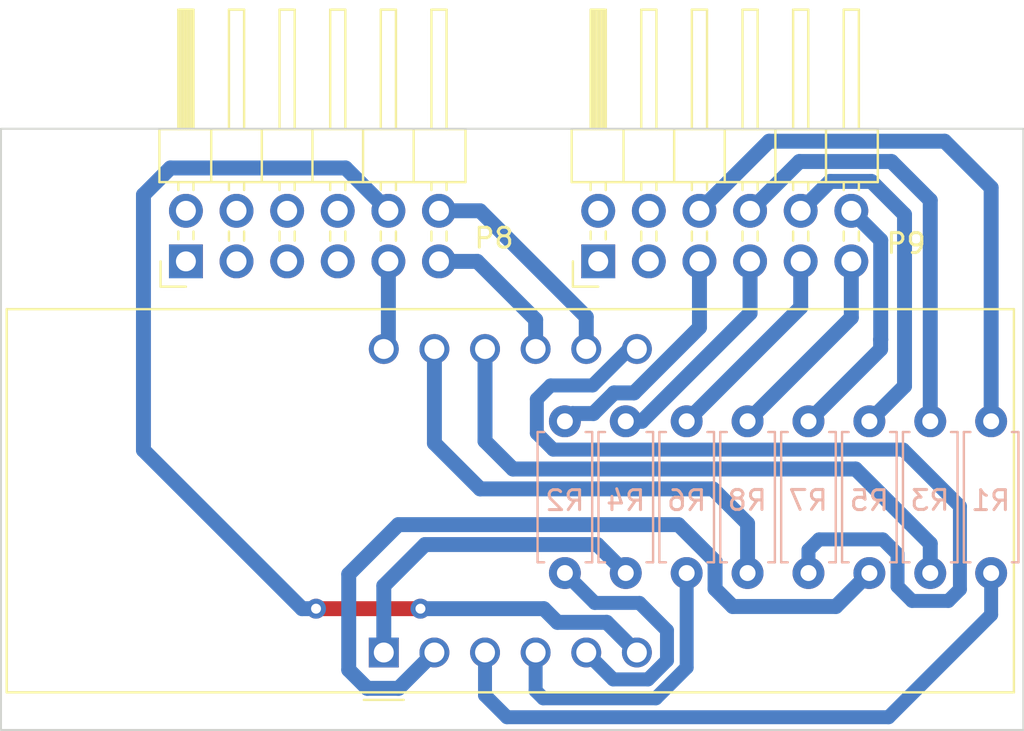
<source format=kicad_pcb>
(kicad_pcb (version 20221018) (generator pcbnew)
  (layers (0 "F.Cu" signal) (31 "B.Cu" signal) (34 "B.Paste" user) (35 "F.Paste" user) (36 "B.SilkS" user "B.Silkscreen") (37 "F.SilkS" user "F.Silkscreen") (38 "B.Mask" user) (39 "F.Mask" user) (44 "Edge.Cuts" user))
  (net 0 "")
  (net 9 "Net-(J1-Pad5)")
  (net 10 "Net-(J1-Pad6)")
  (net 11 "Net-(R1-Pad2)")
  (net 12 "Net-(R2-Pad2)")
  (net 13 "Net-(R3-Pad2)")
  (net 14 "Net-(R4-Pad2)")
  (net 15 "Net-(R5-Pad2)")
  (net 16 "Net-(R6-Pad2)")
  (net 17 "Net-(R7-Pad2)")
  (net 18 "Net-(R8-Pad2)")
  (net 19 "Net-(J1-Pad7)")
  (net 20 "Net-(J1-Pad8)")
  (net 21 "Net-(J1-Pad9)")
  (net 22 "Net-(J1-Pad10)")
  (net 23 "Net-(J1-Pad11)")
  (net 24 "Net-(J1-Pad12)")
  (net 25 "Net-(J2-Pad9)")
  (net 26 "Net-(J2-Pad10)")
  (net 31 "Net-(J2-Pad11)")
  (net 32 "Net-(J2-Pad12)")
  (footprint "Display_7Segment:CA56-12EWA" (layer "F.Cu") (at 129.93 84.64 90)
    (fp_text reference "U1" hide)
    (fp_text value "CA56-12EWA" hide)
    (fp_line (start -2.38 -1) (end -2.38 1) (stroke (width 0.12)) (layer "F.SilkS"))
    (fp_line (start -2 -18.92) (end -2 31.62) (stroke (width 0.12)) (layer "F.SilkS"))
    (fp_line (start -2 -18.92) (end 17.24 -18.92) (stroke (width 0.12)) (layer "F.SilkS"))
    (fp_line (start -2 31.62) (end 17.24 31.62) (stroke (width 0.12)) (layer "F.SilkS"))
    (fp_line (start 17.24 31.62) (end 17.24 -18.92) (stroke (width 0.12)) (layer "F.SilkS"))
    (pad "1" thru_hole rect (at 0 0 90) (size 1.5 1.5) (drill 1) (layers "*.Cu" "*.Mask") (net 14 "Net-(R4-Pad2)"))
    (pad "2" thru_hole circle (at 0 2.54 90) (size 1.5 1.5) (drill 1) (layers "*.Cu" "*.Mask") (net 15 "Net-(R5-Pad2)"))
    (pad "3" thru_hole circle (at 0 5.08 90) (size 1.5 1.5) (drill 1) (layers "*.Cu" "*.Mask") (net 11 "Net-(R1-Pad2)"))
    (pad "4" thru_hole circle (at 0 7.62 90) (size 1.5 1.5) (drill 1) (layers "*.Cu" "*.Mask") (net 16 "Net-(R6-Pad2)"))
    (pad "5" thru_hole circle (at 0 10.16 90) (size 1.5 1.5) (drill 1) (layers "*.Cu" "*.Mask") (net 12 "Net-(R2-Pad2)"))
    (pad "6" thru_hole circle (at 0 12.7 90) (size 1.5 1.5) (drill 1) (layers "*.Cu" "*.Mask") (net 26 "Net-(J2-Pad10)"))
    (pad "7" thru_hole circle (at 15.24 12.7 90) (size 1.5 1.5) (drill 1) (layers "*.Cu" "*.Mask") (net 17 "Net-(R7-Pad2)"))
    (pad "8" thru_hole circle (at 15.24 10.16 90) (size 1.5 1.5) (drill 1) (layers "*.Cu" "*.Mask") (net 32 "Net-(J2-Pad12)"))
    (pad "9" thru_hole circle (at 15.24 7.62 90) (size 1.5 1.5) (drill 1) (layers "*.Cu" "*.Mask") (net 31 "Net-(J2-Pad11)"))
    (pad "10" thru_hole circle (at 15.24 5.08 90) (size 1.5 1.5) (drill 1) (layers "*.Cu" "*.Mask") (net 13 "Net-(R3-Pad2)"))
    (pad "11" thru_hole circle (at 15.24 2.54 90) (size 1.5 1.5) (drill 1) (layers "*.Cu" "*.Mask") (net 18 "Net-(R8-Pad2)"))
    (pad "12" thru_hole circle (at 15.24 0 90) (size 1.5 1.5) (drill 1) (layers "*.Cu" "*.Mask") (net 25 "Net-(J2-Pad9)"))
  )
  (footprint "Connector_PinHeader_2.54mm:PinHeader_2x06_P2.54mm_Horizontal" (layer "F.Cu") (at 140.69 65 90)
    (fp_text reference "J1" hide)
    (fp_text value "P9" (at 0.9 15.45 180) (layer "F.SilkS"))
    (fp_line (start -1.27 -1.27) (end 0 -1.27) (stroke (width 0.12)) (layer "F.SilkS"))
    (fp_line (start -1.27 0) (end -1.27 -1.27) (stroke (width 0.12)) (layer "F.SilkS"))
    (fp_line (start 1.042929 2.16) (end 1.497071 2.16) (stroke (width 0.12)) (layer "F.SilkS"))
    (fp_line (start 1.042929 2.92) (end 1.497071 2.92) (stroke (width 0.12)) (layer "F.SilkS"))
    (fp_line (start 1.042929 4.7) (end 1.497071 4.7) (stroke (width 0.12)) (layer "F.SilkS"))
    (fp_line (start 1.042929 5.46) (end 1.497071 5.46) (stroke (width 0.12)) (layer "F.SilkS"))
    (fp_line (start 1.042929 7.24) (end 1.497071 7.24) (stroke (width 0.12)) (layer "F.SilkS"))
    (fp_line (start 1.042929 8) (end 1.497071 8) (stroke (width 0.12)) (layer "F.SilkS"))
    (fp_line (start 1.042929 9.78) (end 1.497071 9.78) (stroke (width 0.12)) (layer "F.SilkS"))
    (fp_line (start 1.042929 10.54) (end 1.497071 10.54) (stroke (width 0.12)) (layer "F.SilkS"))
    (fp_line (start 1.042929 12.32) (end 1.497071 12.32) (stroke (width 0.12)) (layer "F.SilkS"))
    (fp_line (start 1.042929 13.08) (end 1.497071 13.08) (stroke (width 0.12)) (layer "F.SilkS"))
    (fp_line (start 1.11 -0.38) (end 1.497071 -0.38) (stroke (width 0.12)) (layer "F.SilkS"))
    (fp_line (start 1.11 0.38) (end 1.497071 0.38) (stroke (width 0.12)) (layer "F.SilkS"))
    (fp_line (start 3.582929 -0.38) (end 3.98 -0.38) (stroke (width 0.12)) (layer "F.SilkS"))
    (fp_line (start 3.582929 0.38) (end 3.98 0.38) (stroke (width 0.12)) (layer "F.SilkS"))
    (fp_line (start 3.582929 2.16) (end 3.98 2.16) (stroke (width 0.12)) (layer "F.SilkS"))
    (fp_line (start 3.582929 2.92) (end 3.98 2.92) (stroke (width 0.12)) (layer "F.SilkS"))
    (fp_line (start 3.582929 4.7) (end 3.98 4.7) (stroke (width 0.12)) (layer "F.SilkS"))
    (fp_line (start 3.582929 5.46) (end 3.98 5.46) (stroke (width 0.12)) (layer "F.SilkS"))
    (fp_line (start 3.582929 7.24) (end 3.98 7.24) (stroke (width 0.12)) (layer "F.SilkS"))
    (fp_line (start 3.582929 8) (end 3.98 8) (stroke (width 0.12)) (layer "F.SilkS"))
    (fp_line (start 3.582929 9.78) (end 3.98 9.78) (stroke (width 0.12)) (layer "F.SilkS"))
    (fp_line (start 3.582929 10.54) (end 3.98 10.54) (stroke (width 0.12)) (layer "F.SilkS"))
    (fp_line (start 3.582929 12.32) (end 3.98 12.32) (stroke (width 0.12)) (layer "F.SilkS"))
    (fp_line (start 3.582929 13.08) (end 3.98 13.08) (stroke (width 0.12)) (layer "F.SilkS"))
    (fp_line (start 3.98 -1.33) (end 3.98 14.03) (stroke (width 0.12)) (layer "F.SilkS"))
    (fp_line (start 3.98 1.27) (end 6.64 1.27) (stroke (width 0.12)) (layer "F.SilkS"))
    (fp_line (start 3.98 3.81) (end 6.64 3.81) (stroke (width 0.12)) (layer "F.SilkS"))
    (fp_line (start 3.98 6.35) (end 6.64 6.35) (stroke (width 0.12)) (layer "F.SilkS"))
    (fp_line (start 3.98 8.89) (end 6.64 8.89) (stroke (width 0.12)) (layer "F.SilkS"))
    (fp_line (start 3.98 11.43) (end 6.64 11.43) (stroke (width 0.12)) (layer "F.SilkS"))
    (fp_line (start 3.98 14.03) (end 6.64 14.03) (stroke (width 0.12)) (layer "F.SilkS"))
    (fp_line (start 6.64 -1.33) (end 3.98 -1.33) (stroke (width 0.12)) (layer "F.SilkS"))
    (fp_line (start 6.64 -0.38) (end 12.64 -0.38) (stroke (width 0.12)) (layer "F.SilkS"))
    (fp_line (start 6.64 -0.32) (end 12.64 -0.32) (stroke (width 0.12)) (layer "F.SilkS"))
    (fp_line (start 6.64 -0.2) (end 12.64 -0.2) (stroke (width 0.12)) (layer "F.SilkS"))
    (fp_line (start 6.64 -0.08) (end 12.64 -0.08) (stroke (width 0.12)) (layer "F.SilkS"))
    (fp_line (start 6.64 0.04) (end 12.64 0.04) (stroke (width 0.12)) (layer "F.SilkS"))
    (fp_line (start 6.64 0.16) (end 12.64 0.16) (stroke (width 0.12)) (layer "F.SilkS"))
    (fp_line (start 6.64 0.28) (end 12.64 0.28) (stroke (width 0.12)) (layer "F.SilkS"))
    (fp_line (start 6.64 2.16) (end 12.64 2.16) (stroke (width 0.12)) (layer "F.SilkS"))
    (fp_line (start 6.64 4.7) (end 12.64 4.7) (stroke (width 0.12)) (layer "F.SilkS"))
    (fp_line (start 6.64 7.24) (end 12.64 7.24) (stroke (width 0.12)) (layer "F.SilkS"))
    (fp_line (start 6.64 9.78) (end 12.64 9.78) (stroke (width 0.12)) (layer "F.SilkS"))
    (fp_line (start 6.64 12.32) (end 12.64 12.32) (stroke (width 0.12)) (layer "F.SilkS"))
    (fp_line (start 6.64 14.03) (end 6.64 -1.33) (stroke (width 0.12)) (layer "F.SilkS"))
    (fp_line (start 12.64 -0.38) (end 12.64 0.38) (stroke (width 0.12)) (layer "F.SilkS"))
    (fp_line (start 12.64 0.38) (end 6.64 0.38) (stroke (width 0.12)) (layer "F.SilkS"))
    (fp_line (start 12.64 2.16) (end 12.64 2.92) (stroke (width 0.12)) (layer "F.SilkS"))
    (fp_line (start 12.64 2.92) (end 6.64 2.92) (stroke (width 0.12)) (layer "F.SilkS"))
    (fp_line (start 12.64 4.7) (end 12.64 5.46) (stroke (width 0.12)) (layer "F.SilkS"))
    (fp_line (start 12.64 5.46) (end 6.64 5.46) (stroke (width 0.12)) (layer "F.SilkS"))
    (fp_line (start 12.64 7.24) (end 12.64 8) (stroke (width 0.12)) (layer "F.SilkS"))
    (fp_line (start 12.64 8) (end 6.64 8) (stroke (width 0.12)) (layer "F.SilkS"))
    (fp_line (start 12.64 9.78) (end 12.64 10.54) (stroke (width 0.12)) (layer "F.SilkS"))
    (fp_line (start 12.64 10.54) (end 6.64 10.54) (stroke (width 0.12)) (layer "F.SilkS"))
    (fp_line (start 12.64 12.32) (end 12.64 13.08) (stroke (width 0.12)) (layer "F.SilkS"))
    (fp_line (start 12.64 13.08) (end 6.64 13.08) (stroke (width 0.12)) (layer "F.SilkS"))
    (pad "1" thru_hole rect locked (at 0 0 90) (size 1.7 1.7) (drill 1) (layers "*.Cu" "*.Mask"))
    (pad "2" thru_hole oval locked (at 2.54 0 90) (size 1.7 1.7) (drill 1) (layers "*.Cu" "*.Mask"))
    (pad "3" thru_hole oval locked (at 0 2.54 90) (size 1.7 1.7) (drill 1) (layers "*.Cu" "*.Mask"))
    (pad "4" thru_hole oval locked (at 2.54 2.54 90) (size 1.7 1.7) (drill 1) (layers "*.Cu" "*.Mask"))
    (pad "5" thru_hole oval locked (at 0 5.08 90) (size 1.7 1.7) (drill 1) (layers "*.Cu" "*.Mask") (net 9 "Net-(J1-Pad5)"))
    (pad "6" thru_hole oval locked (at 2.54 5.08 90) (size 1.7 1.7) (drill 1) (layers "*.Cu" "*.Mask") (net 10 "Net-(J1-Pad6)"))
    (pad "7" thru_hole oval locked (at 0 7.62 90) (size 1.7 1.7) (drill 1) (layers "*.Cu" "*.Mask") (net 19 "Net-(J1-Pad7)"))
    (pad "8" thru_hole oval locked (at 2.54 7.62 90) (size 1.7 1.7) (drill 1) (layers "*.Cu" "*.Mask") (net 20 "Net-(J1-Pad8)"))
    (pad "9" thru_hole oval locked (at 0 10.16 90) (size 1.7 1.7) (drill 1) (layers "*.Cu" "*.Mask") (net 21 "Net-(J1-Pad9)"))
    (pad "10" thru_hole oval locked (at 2.54 10.16 90) (size 1.7 1.7) (drill 1) (layers "*.Cu" "*.Mask") (net 22 "Net-(J1-Pad10)"))
    (pad "11" thru_hole oval locked (at 0 12.7 90) (size 1.7 1.7) (drill 1) (layers "*.Cu" "*.Mask") (net 23 "Net-(J1-Pad11)"))
    (pad "12" thru_hole oval locked (at 2.54 12.7 90) (size 1.7 1.7) (drill 1) (layers "*.Cu" "*.Mask") (net 24 "Net-(J1-Pad12)"))
  )
  (footprint "Connector_PinHeader_2.54mm:PinHeader_2x06_P2.54mm_Horizontal" (layer "F.Cu") (at 120 65 90)
    (fp_text reference "J2" hide)
    (fp_text value "P8" (at 1.17 15.46 180) (layer "F.SilkS"))
    (fp_line (start -1.27 -1.27) (end 0 -1.27) (stroke (width 0.12)) (layer "F.SilkS"))
    (fp_line (start -1.27 0) (end -1.27 -1.27) (stroke (width 0.12)) (layer "F.SilkS"))
    (fp_line (start 1.042929 2.16) (end 1.497071 2.16) (stroke (width 0.12)) (layer "F.SilkS"))
    (fp_line (start 1.042929 2.92) (end 1.497071 2.92) (stroke (width 0.12)) (layer "F.SilkS"))
    (fp_line (start 1.042929 4.7) (end 1.497071 4.7) (stroke (width 0.12)) (layer "F.SilkS"))
    (fp_line (start 1.042929 5.46) (end 1.497071 5.46) (stroke (width 0.12)) (layer "F.SilkS"))
    (fp_line (start 1.042929 7.24) (end 1.497071 7.24) (stroke (width 0.12)) (layer "F.SilkS"))
    (fp_line (start 1.042929 8) (end 1.497071 8) (stroke (width 0.12)) (layer "F.SilkS"))
    (fp_line (start 1.042929 9.78) (end 1.497071 9.78) (stroke (width 0.12)) (layer "F.SilkS"))
    (fp_line (start 1.042929 10.54) (end 1.497071 10.54) (stroke (width 0.12)) (layer "F.SilkS"))
    (fp_line (start 1.042929 12.32) (end 1.497071 12.32) (stroke (width 0.12)) (layer "F.SilkS"))
    (fp_line (start 1.042929 13.08) (end 1.497071 13.08) (stroke (width 0.12)) (layer "F.SilkS"))
    (fp_line (start 1.11 -0.38) (end 1.497071 -0.38) (stroke (width 0.12)) (layer "F.SilkS"))
    (fp_line (start 1.11 0.38) (end 1.497071 0.38) (stroke (width 0.12)) (layer "F.SilkS"))
    (fp_line (start 3.582929 -0.38) (end 3.98 -0.38) (stroke (width 0.12)) (layer "F.SilkS"))
    (fp_line (start 3.582929 0.38) (end 3.98 0.38) (stroke (width 0.12)) (layer "F.SilkS"))
    (fp_line (start 3.582929 2.16) (end 3.98 2.16) (stroke (width 0.12)) (layer "F.SilkS"))
    (fp_line (start 3.582929 2.92) (end 3.98 2.92) (stroke (width 0.12)) (layer "F.SilkS"))
    (fp_line (start 3.582929 4.7) (end 3.98 4.7) (stroke (width 0.12)) (layer "F.SilkS"))
    (fp_line (start 3.582929 5.46) (end 3.98 5.46) (stroke (width 0.12)) (layer "F.SilkS"))
    (fp_line (start 3.582929 7.24) (end 3.98 7.24) (stroke (width 0.12)) (layer "F.SilkS"))
    (fp_line (start 3.582929 8) (end 3.98 8) (stroke (width 0.12)) (layer "F.SilkS"))
    (fp_line (start 3.582929 9.78) (end 3.98 9.78) (stroke (width 0.12)) (layer "F.SilkS"))
    (fp_line (start 3.582929 10.54) (end 3.98 10.54) (stroke (width 0.12)) (layer "F.SilkS"))
    (fp_line (start 3.582929 12.32) (end 3.98 12.32) (stroke (width 0.12)) (layer "F.SilkS"))
    (fp_line (start 3.582929 13.08) (end 3.98 13.08) (stroke (width 0.12)) (layer "F.SilkS"))
    (fp_line (start 3.98 -1.33) (end 3.98 14.03) (stroke (width 0.12)) (layer "F.SilkS"))
    (fp_line (start 3.98 1.27) (end 6.64 1.27) (stroke (width 0.12)) (layer "F.SilkS"))
    (fp_line (start 3.98 3.81) (end 6.64 3.81) (stroke (width 0.12)) (layer "F.SilkS"))
    (fp_line (start 3.98 6.35) (end 6.64 6.35) (stroke (width 0.12)) (layer "F.SilkS"))
    (fp_line (start 3.98 8.89) (end 6.64 8.89) (stroke (width 0.12)) (layer "F.SilkS"))
    (fp_line (start 3.98 11.43) (end 6.64 11.43) (stroke (width 0.12)) (layer "F.SilkS"))
    (fp_line (start 3.98 14.03) (end 6.64 14.03) (stroke (width 0.12)) (layer "F.SilkS"))
    (fp_line (start 6.64 -1.33) (end 3.98 -1.33) (stroke (width 0.12)) (layer "F.SilkS"))
    (fp_line (start 6.64 -0.38) (end 12.64 -0.38) (stroke (width 0.12)) (layer "F.SilkS"))
    (fp_line (start 6.64 -0.32) (end 12.64 -0.32) (stroke (width 0.12)) (layer "F.SilkS"))
    (fp_line (start 6.64 -0.2) (end 12.64 -0.2) (stroke (width 0.12)) (layer "F.SilkS"))
    (fp_line (start 6.64 -0.08) (end 12.64 -0.08) (stroke (width 0.12)) (layer "F.SilkS"))
    (fp_line (start 6.64 0.04) (end 12.64 0.04) (stroke (width 0.12)) (layer "F.SilkS"))
    (fp_line (start 6.64 0.16) (end 12.64 0.16) (stroke (width 0.12)) (layer "F.SilkS"))
    (fp_line (start 6.64 0.28) (end 12.64 0.28) (stroke (width 0.12)) (layer "F.SilkS"))
    (fp_line (start 6.64 2.16) (end 12.64 2.16) (stroke (width 0.12)) (layer "F.SilkS"))
    (fp_line (start 6.64 4.7) (end 12.64 4.7) (stroke (width 0.12)) (layer "F.SilkS"))
    (fp_line (start 6.64 7.24) (end 12.64 7.24) (stroke (width 0.12)) (layer "F.SilkS"))
    (fp_line (start 6.64 9.78) (end 12.64 9.78) (stroke (width 0.12)) (layer "F.SilkS"))
    (fp_line (start 6.64 12.32) (end 12.64 12.32) (stroke (width 0.12)) (layer "F.SilkS"))
    (fp_line (start 6.64 14.03) (end 6.64 -1.33) (stroke (width 0.12)) (layer "F.SilkS"))
    (fp_line (start 12.64 -0.38) (end 12.64 0.38) (stroke (width 0.12)) (layer "F.SilkS"))
    (fp_line (start 12.64 0.38) (end 6.64 0.38) (stroke (width 0.12)) (layer "F.SilkS"))
    (fp_line (start 12.64 2.16) (end 12.64 2.92) (stroke (width 0.12)) (layer "F.SilkS"))
    (fp_line (start 12.64 2.92) (end 6.64 2.92) (stroke (width 0.12)) (layer "F.SilkS"))
    (fp_line (start 12.64 4.7) (end 12.64 5.46) (stroke (width 0.12)) (layer "F.SilkS"))
    (fp_line (start 12.64 5.46) (end 6.64 5.46) (stroke (width 0.12)) (layer "F.SilkS"))
    (fp_line (start 12.64 7.24) (end 12.64 8) (stroke (width 0.12)) (layer "F.SilkS"))
    (fp_line (start 12.64 8) (end 6.64 8) (stroke (width 0.12)) (layer "F.SilkS"))
    (fp_line (start 12.64 9.78) (end 12.64 10.54) (stroke (width 0.12)) (layer "F.SilkS"))
    (fp_line (start 12.64 10.54) (end 6.64 10.54) (stroke (width 0.12)) (layer "F.SilkS"))
    (fp_line (start 12.64 12.32) (end 12.64 13.08) (stroke (width 0.12)) (layer "F.SilkS"))
    (fp_line (start 12.64 13.08) (end 6.64 13.08) (stroke (width 0.12)) (layer "F.SilkS"))
    (pad "1" thru_hole rect locked (at 0 0 90) (size 1.7 1.7) (drill 1) (layers "*.Cu" "*.Mask"))
    (pad "2" thru_hole oval locked (at 2.54 0 90) (size 1.7 1.7) (drill 1) (layers "*.Cu" "*.Mask"))
    (pad "3" thru_hole oval locked (at 0 2.54 90) (size 1.7 1.7) (drill 1) (layers "*.Cu" "*.Mask"))
    (pad "4" thru_hole oval locked (at 2.54 2.54 90) (size 1.7 1.7) (drill 1) (layers "*.Cu" "*.Mask"))
    (pad "5" thru_hole oval locked (at 0 5.08 90) (size 1.7 1.7) (drill 1) (layers "*.Cu" "*.Mask"))
    (pad "6" thru_hole oval locked (at 2.54 5.08 90) (size 1.7 1.7) (drill 1) (layers "*.Cu" "*.Mask"))
    (pad "7" thru_hole oval locked (at 0 7.62 90) (size 1.7 1.7) (drill 1) (layers "*.Cu" "*.Mask"))
    (pad "8" thru_hole oval locked (at 2.54 7.62 90) (size 1.7 1.7) (drill 1) (layers "*.Cu" "*.Mask"))
    (pad "9" thru_hole oval locked (at 0 10.16 90) (size 1.7 1.7) (drill 1) (layers "*.Cu" "*.Mask") (net 25 "Net-(J2-Pad9)"))
    (pad "10" thru_hole oval locked (at 2.54 10.16 90) (size 1.7 1.7) (drill 1) (layers "*.Cu" "*.Mask") (net 26 "Net-(J2-Pad10)"))
    (pad "11" thru_hole oval locked (at 0 12.7 90) (size 1.7 1.7) (drill 1) (layers "*.Cu" "*.Mask") (net 31 "Net-(J2-Pad11)"))
    (pad "12" thru_hole oval locked (at 2.54 12.7 90) (size 1.7 1.7) (drill 1) (layers "*.Cu" "*.Mask") (net 32 "Net-(J2-Pad12)"))
  )
  (footprint "Resistor_THT:R_Axial_DIN0207_L6.3mm_D2.5mm_P7.62mm_Horizontal" (layer "B.Cu") (at 157.351428 73.03 -90)
    (fp_text reference "R3" (at 3.97 0.015715) (layer "B.SilkS") (effects (justify mirror)))
    (fp_text value "330" hide)
    (fp_line (start 0.54 -1.37) (end 7.08 -1.37) (stroke (width 0.12)) (layer "B.SilkS"))
    (fp_line (start 0.54 -1.04) (end 0.54 -1.37) (stroke (width 0.12)) (layer "B.SilkS"))
    (fp_line (start 0.54 1.04) (end 0.54 1.37) (stroke (width 0.12)) (layer "B.SilkS"))
    (fp_line (start 0.54 1.37) (end 7.08 1.37) (stroke (width 0.12)) (layer "B.SilkS"))
    (fp_line (start 7.08 -1.37) (end 7.08 -1.04) (stroke (width 0.12)) (layer "B.SilkS"))
    (fp_line (start 7.08 1.37) (end 7.08 1.04) (stroke (width 0.12)) (layer "B.SilkS"))
    (pad "1" thru_hole circle (at 0 0 270) (size 1.6 1.6) (drill 0.8) (layers "*.Cu" "*.Mask") (net 20 "Net-(J1-Pad8)"))
    (pad "2" thru_hole oval (at 7.62 0 270) (size 1.6 1.6) (drill 0.8) (layers "*.Cu" "*.Mask") (net 13 "Net-(R3-Pad2)"))
  )
  (footprint "Resistor_THT:R_Axial_DIN0207_L6.3mm_D2.5mm_P7.62mm_Horizontal" (layer "B.Cu") (at 139.017144 73.03 -90)
    (fp_text reference "R2" (at 3.98 -0.000818) (layer "B.SilkS") (effects (justify mirror)))
    (fp_text value "330" hide)
    (fp_line (start 0.54 -1.37) (end 7.08 -1.37) (stroke (width 0.12)) (layer "B.SilkS"))
    (fp_line (start 0.54 -1.04) (end 0.54 -1.37) (stroke (width 0.12)) (layer "B.SilkS"))
    (fp_line (start 0.54 1.04) (end 0.54 1.37) (stroke (width 0.12)) (layer "B.SilkS"))
    (fp_line (start 0.54 1.37) (end 7.08 1.37) (stroke (width 0.12)) (layer "B.SilkS"))
    (fp_line (start 7.08 -1.37) (end 7.08 -1.04) (stroke (width 0.12)) (layer "B.SilkS"))
    (fp_line (start 7.08 1.37) (end 7.08 1.04) (stroke (width 0.12)) (layer "B.SilkS"))
    (pad "1" thru_hole circle (at 0 0 270) (size 1.6 1.6) (drill 0.8) (layers "*.Cu" "*.Mask") (net 9 "Net-(J1-Pad5)"))
    (pad "2" thru_hole oval (at 7.62 0 270) (size 1.6 1.6) (drill 0.8) (layers "*.Cu" "*.Mask") (net 12 "Net-(R2-Pad2)"))
  )
  (footprint "Resistor_THT:R_Axial_DIN0207_L6.3mm_D2.5mm_P7.62mm_Horizontal" (layer "B.Cu") (at 142.072858 73.03 -90)
    (fp_text reference "R4" (at 3.98 0.003265) (layer "B.SilkS") (effects (justify mirror)))
    (fp_text value "330" hide)
    (fp_line (start 0.54 -1.37) (end 7.08 -1.37) (stroke (width 0.12)) (layer "B.SilkS"))
    (fp_line (start 0.54 -1.04) (end 0.54 -1.37) (stroke (width 0.12)) (layer "B.SilkS"))
    (fp_line (start 0.54 1.04) (end 0.54 1.37) (stroke (width 0.12)) (layer "B.SilkS"))
    (fp_line (start 0.54 1.37) (end 7.08 1.37) (stroke (width 0.12)) (layer "B.SilkS"))
    (fp_line (start 7.08 -1.37) (end 7.08 -1.04) (stroke (width 0.12)) (layer "B.SilkS"))
    (fp_line (start 7.08 1.37) (end 7.08 1.04) (stroke (width 0.12)) (layer "B.SilkS"))
    (pad "1" thru_hole circle (at 0 0 270) (size 1.6 1.6) (drill 0.8) (layers "*.Cu" "*.Mask") (net 19 "Net-(J1-Pad7)"))
    (pad "2" thru_hole oval (at 7.62 0 270) (size 1.6 1.6) (drill 0.8) (layers "*.Cu" "*.Mask") (net 14 "Net-(R4-Pad2)"))
  )
  (footprint "Resistor_THT:R_Axial_DIN0207_L6.3mm_D2.5mm_P7.62mm_Horizontal" (layer "B.Cu") (at 148.184286 73.03 -90)
    (fp_text reference "R8" (at 3.97 0.016735) (layer "B.SilkS") (effects (justify mirror)))
    (fp_text value "330" hide)
    (fp_line (start 0.54 -1.37) (end 7.08 -1.37) (stroke (width 0.12)) (layer "B.SilkS"))
    (fp_line (start 0.54 -1.04) (end 0.54 -1.37) (stroke (width 0.12)) (layer "B.SilkS"))
    (fp_line (start 0.54 1.04) (end 0.54 1.37) (stroke (width 0.12)) (layer "B.SilkS"))
    (fp_line (start 0.54 1.37) (end 7.08 1.37) (stroke (width 0.12)) (layer "B.SilkS"))
    (fp_line (start 7.08 -1.37) (end 7.08 -1.04) (stroke (width 0.12)) (layer "B.SilkS"))
    (fp_line (start 7.08 1.37) (end 7.08 1.04) (stroke (width 0.12)) (layer "B.SilkS"))
    (pad "1" thru_hole circle (at 0 0 270) (size 1.6 1.6) (drill 0.8) (layers "*.Cu" "*.Mask") (net 23 "Net-(J1-Pad11)"))
    (pad "2" thru_hole oval (at 7.62 0 270) (size 1.6 1.6) (drill 0.8) (layers "*.Cu" "*.Mask") (net 18 "Net-(R8-Pad2)"))
  )
  (footprint "Resistor_THT:R_Axial_DIN0207_L6.3mm_D2.5mm_P7.62mm_Horizontal" (layer "B.Cu") (at 151.24 73.03 -90)
    (fp_text reference "R7" (at 3.97 0.014695) (layer "B.SilkS") (effects (justify mirror)))
    (fp_text value "330" hide)
    (fp_line (start 0.54 -1.37) (end 7.08 -1.37) (stroke (width 0.12)) (layer "B.SilkS"))
    (fp_line (start 0.54 -1.04) (end 0.54 -1.37) (stroke (width 0.12)) (layer "B.SilkS"))
    (fp_line (start 0.54 1.04) (end 0.54 1.37) (stroke (width 0.12)) (layer "B.SilkS"))
    (fp_line (start 0.54 1.37) (end 7.08 1.37) (stroke (width 0.12)) (layer "B.SilkS"))
    (fp_line (start 7.08 -1.37) (end 7.08 -1.04) (stroke (width 0.12)) (layer "B.SilkS"))
    (fp_line (start 7.08 1.37) (end 7.08 1.04) (stroke (width 0.12)) (layer "B.SilkS"))
    (pad "1" thru_hole circle (at 0 0 270) (size 1.6 1.6) (drill 0.8) (layers "*.Cu" "*.Mask") (net 24 "Net-(J1-Pad12)"))
    (pad "2" thru_hole oval (at 7.62 0 270) (size 1.6 1.6) (drill 0.8) (layers "*.Cu" "*.Mask") (net 17 "Net-(R7-Pad2)"))
  )
  (footprint "Resistor_THT:R_Axial_DIN0207_L6.3mm_D2.5mm_P7.62mm_Horizontal" (layer "B.Cu") (at 160.407144 73.03 -90)
    (fp_text reference "R1" (at 3.98 0.024695) (layer "B.SilkS") (effects (justify mirror)))
    (fp_text value "330" hide)
    (fp_line (start 0.54 -1.37) (end 7.08 -1.37) (stroke (width 0.12)) (layer "B.SilkS"))
    (fp_line (start 0.54 -1.04) (end 0.54 -1.37) (stroke (width 0.12)) (layer "B.SilkS"))
    (fp_line (start 0.54 1.04) (end 0.54 1.37) (stroke (width 0.12)) (layer "B.SilkS"))
    (fp_line (start 0.54 1.37) (end 7.08 1.37) (stroke (width 0.12)) (layer "B.SilkS"))
    (fp_line (start 7.08 -1.37) (end 7.08 -1.04) (stroke (width 0.12)) (layer "B.SilkS"))
    (fp_line (start 7.08 1.37) (end 7.08 1.04) (stroke (width 0.12)) (layer "B.SilkS"))
    (pad "1" thru_hole circle (at 0 0 270) (size 1.6 1.6) (drill 0.8) (layers "*.Cu" "*.Mask") (net 10 "Net-(J1-Pad6)"))
    (pad "2" thru_hole oval (at 7.62 0 270) (size 1.6 1.6) (drill 0.8) (layers "*.Cu" "*.Mask") (net 11 "Net-(R1-Pad2)"))
  )
  (footprint "Resistor_THT:R_Axial_DIN0207_L6.3mm_D2.5mm_P7.62mm_Horizontal" (layer "B.Cu") (at 154.295714 73.03 -90)
    (fp_text reference "R5" (at 3.98 0.002245) (layer "B.SilkS") (effects (justify mirror)))
    (fp_text value "330" hide)
    (fp_line (start 0.54 -1.37) (end 7.08 -1.37) (stroke (width 0.12)) (layer "B.SilkS"))
    (fp_line (start 0.54 -1.04) (end 0.54 -1.37) (stroke (width 0.12)) (layer "B.SilkS"))
    (fp_line (start 0.54 1.04) (end 0.54 1.37) (stroke (width 0.12)) (layer "B.SilkS"))
    (fp_line (start 0.54 1.37) (end 7.08 1.37) (stroke (width 0.12)) (layer "B.SilkS"))
    (fp_line (start 7.08 -1.37) (end 7.08 -1.04) (stroke (width 0.12)) (layer "B.SilkS"))
    (fp_line (start 7.08 1.37) (end 7.08 1.04) (stroke (width 0.12)) (layer "B.SilkS"))
    (pad "1" thru_hole circle (at 0 0 270) (size 1.6 1.6) (drill 0.8) (layers "*.Cu" "*.Mask") (net 22 "Net-(J1-Pad10)"))
    (pad "2" thru_hole oval (at 7.62 0 270) (size 1.6 1.6) (drill 0.8) (layers "*.Cu" "*.Mask") (net 15 "Net-(R5-Pad2)"))
  )
  (footprint "Resistor_THT:R_Axial_DIN0207_L6.3mm_D2.5mm_P7.62mm_Horizontal" (layer "B.Cu") (at 145.128572 73.03 -90)
    (fp_text reference "R6" (at 3.98 0.000205) (layer "B.SilkS") (effects (justify mirror)))
    (fp_text value "330" hide)
    (fp_line (start 0.54 -1.37) (end 7.08 -1.37) (stroke (width 0.12)) (layer "B.SilkS"))
    (fp_line (start 0.54 -1.04) (end 0.54 -1.37) (stroke (width 0.12)) (layer "B.SilkS"))
    (fp_line (start 0.54 1.04) (end 0.54 1.37) (stroke (width 0.12)) (layer "B.SilkS"))
    (fp_line (start 0.54 1.37) (end 7.08 1.37) (stroke (width 0.12)) (layer "B.SilkS"))
    (fp_line (start 7.08 -1.37) (end 7.08 -1.04) (stroke (width 0.12)) (layer "B.SilkS"))
    (fp_line (start 7.08 1.37) (end 7.08 1.04) (stroke (width 0.12)) (layer "B.SilkS"))
    (pad "1" thru_hole circle (at 0 0 270) (size 1.6 1.6) (drill 0.8) (layers "*.Cu" "*.Mask") (net 21 "Net-(J1-Pad9)"))
    (pad "2" thru_hole oval (at 7.62 0 270) (size 1.6 1.6) (drill 0.8) (layers "*.Cu" "*.Mask") (net 16 "Net-(R6-Pad2)"))
  )
  (gr_rect (start 110.72143 58.34) (end 162.02143 88.53) (stroke (width 0.1)) (fill none) (layer "Edge.Cuts"))
  (segment (start 139.017144 73.03) (end 139.407144 72.64) (width 0.75) (layer "B.Cu") (net 9))
  (segment (start 142.485 71.605) (end 145.77 68.32) (width 0.75) (layer "B.Cu") (net 9))
  (segment (start 139.407144 72.64) (end 140.447603 72.64) (width 0.75) (layer "B.Cu") (net 9))
  (segment (start 145.77 68.32) (end 145.77 65) (width 0.75) (layer "B.Cu") (net 9))
  (segment (start 140.447603 72.64) (end 141.482603 71.605) (width 0.75) (layer "B.Cu") (net 9))
  (segment (start 141.482603 71.605) (end 142.485 71.605) (width 0.75) (layer "B.Cu") (net 9))
  (segment (start 160.407144 61.302144) (end 158.07 58.965) (width 0.75) (layer "B.Cu") (net 10))
  (segment (start 149.265 58.965) (end 145.77 62.46) (width 0.75) (layer "B.Cu") (net 10))
  (segment (start 160.407144 73.03) (end 160.407144 61.302144) (width 0.75) (layer "B.Cu") (net 10))
  (segment (start 158.07 58.965) (end 149.265 58.965) (width 0.75) (layer "B.Cu") (net 10))
  (segment (start 160.407144 80.65) (end 160.407144 82.742856) (width 0.7) (layer "B.Cu") (net 11))
  (segment (start 135.01 86.79) (end 135.01 84.64) (width 0.7) (layer "B.Cu") (net 11))
  (segment (start 155.26 87.89) (end 136.11 87.89) (width 0.7) (layer "B.Cu") (net 11))
  (segment (start 136.11 87.89) (end 135.01 86.79) (width 0.7) (layer "B.Cu") (net 11))
  (segment (start 160.407144 82.742856) (end 155.26 87.89) (width 0.7) (layer "B.Cu") (net 11))
  (segment (start 144.14 83.53) (end 142.76 82.15) (width 0.7) (layer "B.Cu") (net 12))
  (segment (start 142.76 82.15) (end 140.517144 82.15) (width 0.7) (layer "B.Cu") (net 12))
  (segment (start 144.14 85.04) (end 144.14 83.53) (width 0.7) (layer "B.Cu") (net 12))
  (segment (start 140.09 84.64) (end 141.44 85.99) (width 0.7) (layer "B.Cu") (net 12))
  (segment (start 140.517144 82.15) (end 139.017144 80.65) (width 0.7) (layer "B.Cu") (net 12))
  (segment (start 141.44 85.99) (end 143.19 85.99) (width 0.7) (layer "B.Cu") (net 12))
  (segment (start 143.19 85.99) (end 144.14 85.04) (width 0.7) (layer "B.Cu") (net 12))
  (segment (start 136.409214 75.425) (end 153.605 75.425) (width 0.75) (layer "B.Cu") (net 13))
  (segment (start 157.351428 79.171428) (end 157.351428 80.65) (width 0.75) (layer "B.Cu") (net 13))
  (segment (start 135.01 74.025786) (end 136.409214 75.425) (width 0.75) (layer "B.Cu") (net 13))
  (segment (start 135.01 69.4) (end 135.01 74.025786) (width 0.75) (layer "B.Cu") (net 13))
  (segment (start 153.605 75.425) (end 157.351428 79.171428) (width 0.75) (layer "B.Cu") (net 13))
  (segment (start 132 79.22) (end 140.642858 79.22) (width 0.75) (layer "B.Cu") (net 14))
  (segment (start 140.642858 79.22) (end 142.072858 80.65) (width 0.75) (layer "B.Cu") (net 14))
  (segment (start 129.93 84.64) (end 129.93 81.29) (width 0.75) (layer "B.Cu") (net 14))
  (segment (start 129.93 81.29) (end 132 79.22) (width 0.75) (layer "B.Cu") (net 14))
  (segment (start 144.713827 78.22) (end 130.66 78.22) (width 0.75) (layer "B.Cu") (net 15))
  (segment (start 130.67 86.44) (end 132.47 84.64) (width 0.75) (layer "B.Cu") (net 15))
  (segment (start 128.17 80.71) (end 128.17 85.51) (width 0.75) (layer "B.Cu") (net 15))
  (segment (start 146.553572 81.443572) (end 146.553572 80.059745) (width 0.75) (layer "B.Cu") (net 15))
  (segment (start 152.615714 82.33) (end 147.44 82.33) (width 0.75) (layer "B.Cu") (net 15))
  (segment (start 129.1 86.44) (end 130.67 86.44) (width 0.75) (layer "B.Cu") (net 15))
  (segment (start 130.66 78.22) (end 128.17 80.71) (width 0.75) (layer "B.Cu") (net 15))
  (segment (start 146.553572 80.059745) (end 144.713827 78.22) (width 0.75) (layer "B.Cu") (net 15))
  (segment (start 128.17 85.51) (end 129.1 86.44) (width 0.75) (layer "B.Cu") (net 15))
  (segment (start 147.44 82.33) (end 146.553572 81.443572) (width 0.75) (layer "B.Cu") (net 15))
  (segment (start 154.295714 80.65) (end 152.615714 82.33) (width 0.75) (layer "B.Cu") (net 15))
  (segment (start 137.93 86.94) (end 143.583502 86.94) (width 0.7) (layer "B.Cu") (net 16))
  (segment (start 145.128572 85.39493) (end 145.128572 80.65) (width 0.7) (layer "B.Cu") (net 16))
  (segment (start 137.55 86.56) (end 137.93 86.94) (width 0.7) (layer "B.Cu") (net 16))
  (segment (start 143.583502 86.94) (end 145.128572 85.39493) (width 0.7) (layer "B.Cu") (net 16))
  (segment (start 137.55 84.64) (end 137.55 86.56) (width 0.7) (layer "B.Cu") (net 16))
  (segment (start 151.24 79.49) (end 151.77 78.96) (width 0.7) (layer "B.Cu") (net 17))
  (segment (start 138.43 74.45) (end 137.61 73.63) (width 0.7) (layer "B.Cu") (net 17))
  (segment (start 151.24 80.65) (end 151.24 79.49) (width 0.7) (layer "B.Cu") (net 17))
  (segment (start 158.84 81.47) (end 158.84 77.3) (width 0.7) (layer "B.Cu") (net 17))
  (segment (start 151.77 78.96) (end 154.97 78.96) (width 0.7) (layer "B.Cu") (net 17))
  (segment (start 158.84 77.3) (end 155.99 74.45) (width 0.7) (layer "B.Cu") (net 17))
  (segment (start 142.24 69.4) (end 142.63 69.4) (width 0.7) (layer "B.Cu") (net 17))
  (segment (start 155.71 81.32) (end 156.44 82.05) (width 0.7) (layer "B.Cu") (net 17))
  (segment (start 137.61 73.63) (end 137.61 71.92) (width 0.7) (layer "B.Cu") (net 17))
  (segment (start 158.26 82.05) (end 158.84 81.47) (width 0.7) (layer "B.Cu") (net 17))
  (segment (start 156.44 82.05) (end 158.26 82.05) (width 0.7) (layer "B.Cu") (net 17))
  (segment (start 140.41 71.23) (end 142.24 69.4) (width 0.7) (layer "B.Cu") (net 17))
  (segment (start 154.97 78.96) (end 155.71 79.7) (width 0.7) (layer "B.Cu") (net 17))
  (segment (start 137.61 71.92) (end 138.3 71.23) (width 0.7) (layer "B.Cu") (net 17))
  (segment (start 155.99 74.45) (end 138.43 74.45) (width 0.7) (layer "B.Cu") (net 17))
  (segment (start 155.71 79.7) (end 155.71 81.32) (width 0.7) (layer "B.Cu") (net 17))
  (segment (start 138.3 71.23) (end 140.41 71.23) (width 0.7) (layer "B.Cu") (net 17))
  (segment (start 146.445 76.425) (end 134.765 76.425) (width 0.75) (layer "B.Cu") (net 18))
  (segment (start 132.47 74.13) (end 132.47 69.4) (width 0.75) (layer "B.Cu") (net 18))
  (segment (start 148.184286 78.164286) (end 146.445 76.425) (width 0.75) (layer "B.Cu") (net 18))
  (segment (start 148.184286 80.65) (end 148.184286 78.164286) (width 0.75) (layer "B.Cu") (net 18))
  (segment (start 134.765 76.425) (end 132.47 74.13) (width 0.75) (layer "B.Cu") (net 18))
  (segment (start 148.31 67.6) (end 142.88 73.03) (width 0.75) (layer "B.Cu") (net 19))
  (segment (start 148.31 65) (end 148.31 67.6) (width 0.75) (layer "B.Cu") (net 19))
  (segment (start 142.88 73.03) (end 142.072858 73.03) (width 0.75) (layer "B.Cu") (net 19))
  (segment (start 157.351428 73.03) (end 157.351428 61.931428) (width 0.75) (layer "B.Cu") (net 20))
  (segment (start 157.351428 61.931428) (end 155.405 59.985) (width 0.75) (layer "B.Cu") (net 20))
  (segment (start 155.405 59.985) (end 150.785 59.985) (width 0.75) (layer "B.Cu") (net 20))
  (segment (start 150.785 59.985) (end 148.31 62.46) (width 0.75) (layer "B.Cu") (net 20))
  (segment (start 150.85 65) (end 150.85 67.308572) (width 0.75) (layer "B.Cu") (net 21))
  (segment (start 150.85 67.308572) (end 145.128572 73.03) (width 0.75) (layer "B.Cu") (net 21))
  (segment (start 156.06 62.65) (end 154.395 60.985) (width 0.75) (layer "B.Cu") (net 22))
  (segment (start 152.325 60.985) (end 150.85 62.46) (width 0.75) (layer "B.Cu") (net 22))
  (segment (start 154.295714 73.03) (end 156.06 71.265714) (width 0.75) (layer "B.Cu") (net 22))
  (segment (start 156.06 71.265714) (end 156.06 62.65) (width 0.75) (layer "B.Cu") (net 22))
  (segment (start 154.395 60.985) (end 152.325 60.985) (width 0.75) (layer "B.Cu") (net 22))
  (segment (start 153.39 67.824286) (end 153.39 65) (width 0.75) (layer "B.Cu") (net 23))
  (segment (start 148.184286 73.03) (end 153.39 67.824286) (width 0.75) (layer "B.Cu") (net 23))
  (segment (start 154.86 68.93) (end 154.865 68.925) (width 0.75) (layer "B.Cu") (net 24))
  (segment (start 151.24 73.03) (end 154.86 69.41) (width 0.75) (layer "B.Cu") (net 24))
  (segment (start 154.865 63.935) (end 153.39 62.46) (width 0.75) (layer "B.Cu") (net 24))
  (segment (start 154.86 69.41) (end 154.86 68.93) (width 0.75) (layer "B.Cu") (net 24))
  (segment (start 154.865 68.925) (end 154.865 63.935) (width 0.75) (layer "B.Cu") (net 24))
  (segment (start 130.16 65) (end 130.16 69.17) (width 0.75) (layer "B.Cu") (net 25))
  (segment (start 130.16 69.17) (end 129.93 69.4) (width 0.75) (layer "B.Cu") (net 25))
  (segment (start 131.77 82.44) (end 126.53 82.44) (width 0.75) (layer "F.Cu") (net 26))
  (via (at 126.53 82.44) (size 1) (drill 0.5) (layers "F.Cu" "B.Cu") (net 26))
  (via (at 131.77 82.44) (size 1) (drill 0.5) (layers "F.Cu" "B.Cu") (net 26))
  (segment (start 119.22 60.31) (end 128.01 60.31) (width 0.75) (layer "B.Cu") (net 26))
  (segment (start 141.115 83.125) (end 138.645 83.125) (width 0.75) (layer "B.Cu") (net 26))
  (segment (start 142.63 84.64) (end 141.115 83.125) (width 0.75) (layer "B.Cu") (net 26))
  (segment (start 117.87 74.48) (end 117.87 61.66) (width 0.75) (layer "B.Cu") (net 26))
  (segment (start 138.645 83.125) (end 137.96 82.44) (width 0.75) (layer "B.Cu") (net 26))
  (segment (start 117.87 61.66) (end 119.22 60.31) (width 0.75) (layer "B.Cu") (net 26))
  (segment (start 125.83 82.44) (end 117.87 74.48) (width 0.75) (layer "B.Cu") (net 26))
  (segment (start 137.96 82.44) (end 131.77 82.44) (width 0.75) (layer "B.Cu") (net 26))
  (segment (start 126.53 82.44) (end 125.83 82.44) (width 0.75) (layer "B.Cu") (net 26))
  (segment (start 128.01 60.31) (end 130.16 62.46) (width 0.75) (layer "B.Cu") (net 26))
  (segment (start 137.55 67.93) (end 137.55 69.4) (width 0.75) (layer "B.Cu") (net 31))
  (segment (start 134.62 65) (end 137.55 67.93) (width 0.75) (layer "B.Cu") (net 31))
  (segment (start 132.7 65) (end 134.62 65) (width 0.75) (layer "B.Cu") (net 31))
  (segment (start 134.76 62.46) (end 140.09 67.79) (width 0.75) (layer "B.Cu") (net 32))
  (segment (start 132.7 62.46) (end 134.76 62.46) (width 0.75) (layer "B.Cu") (net 32))
  (segment (start 140.09 67.79) (end 140.09 69.4) (width 0.75) (layer "B.Cu") (net 32))
)
</source>
